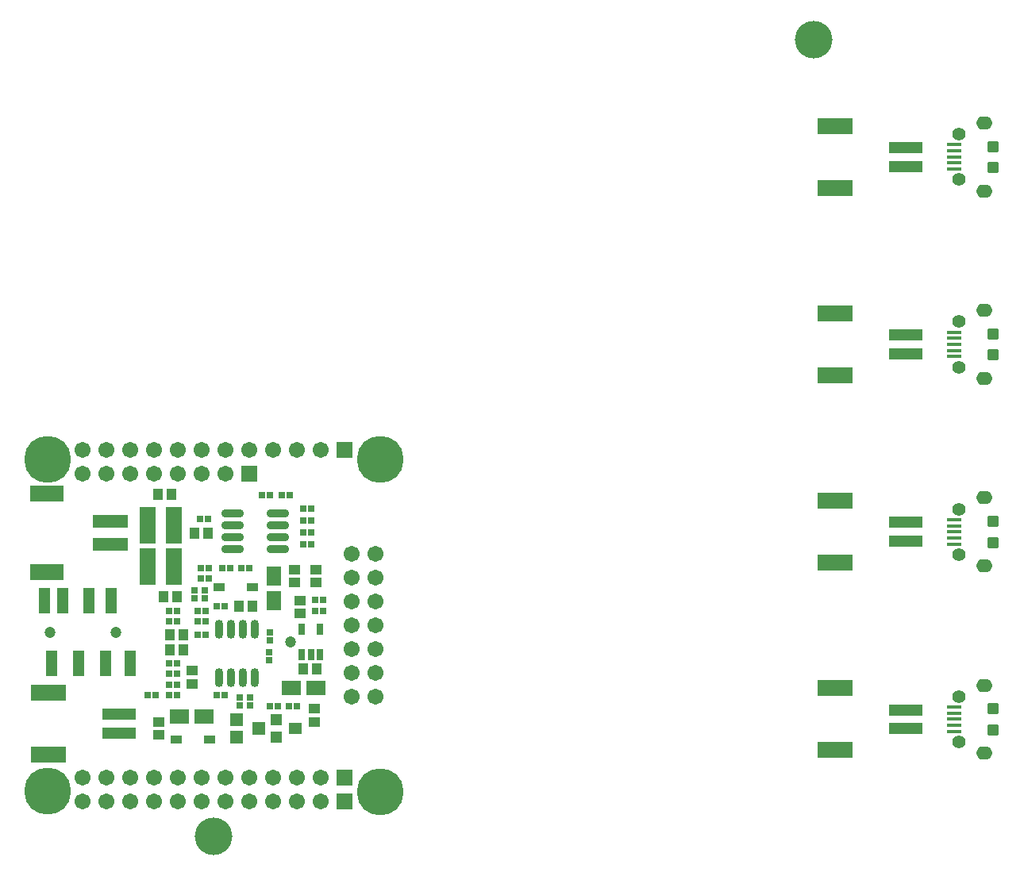
<source format=gts>
G04 Layer_Color=8388736*
%FSLAX25Y25*%
%MOIN*%
G70*
G01*
G75*
%ADD54C,0.15748*%
%ADD55O,0.03556X0.07887*%
%ADD56R,0.02965X0.02572*%
%ADD57R,0.02572X0.02965*%
%ADD58R,0.04000X0.04800*%
%ADD59R,0.07887X0.06115*%
%ADD60R,0.06706X0.15761*%
%ADD61C,0.04737*%
%ADD62R,0.14973X0.06706*%
%ADD63R,0.14186X0.04737*%
%ADD64O,0.09461X0.03556*%
%ADD65R,0.02768X0.04934*%
%ADD66R,0.04800X0.04000*%
%ADD67R,0.05800X0.04737*%
%ADD68R,0.04737X0.04737*%
%ADD69R,0.05800X0.05800*%
%ADD70R,0.04737X0.03753*%
%ADD71R,0.14579X0.05524*%
%ADD72R,0.14186X0.06706*%
%ADD73R,0.06115X0.07887*%
%ADD74R,0.04737X0.10642*%
G04:AMPARAMS|DCode=75|XSize=48.82mil|YSize=48.82mil|CornerRadius=12.6mil|HoleSize=0mil|Usage=FLASHONLY|Rotation=90.000|XOffset=0mil|YOffset=0mil|HoleType=Round|Shape=RoundedRectangle|*
%AMROUNDEDRECTD75*
21,1,0.04882,0.02362,0,0,90.0*
21,1,0.02362,0.04882,0,0,90.0*
1,1,0.02520,0.01181,0.01181*
1,1,0.02520,0.01181,-0.01181*
1,1,0.02520,-0.01181,-0.01181*
1,1,0.02520,-0.01181,0.01181*
%
%ADD75ROUNDEDRECTD75*%
%ADD76R,0.06457X0.01732*%
%ADD77C,0.19698*%
%ADD78C,0.06706*%
%ADD79R,0.06706X0.06706*%
%ADD80O,0.06706X0.05524*%
%ADD81C,0.05524*%
D54*
X173228Y167323D02*
D03*
X-78760Y-167342D02*
D03*
D55*
X-61590Y-80264D02*
D03*
X-66590D02*
D03*
X-71590D02*
D03*
X-76590D02*
D03*
X-61590Y-100736D02*
D03*
X-66590D02*
D03*
X-71590D02*
D03*
X-76590D02*
D03*
D56*
X-55399Y-81489D02*
D03*
X-55399Y-84835D02*
D03*
X-55500Y-89827D02*
D03*
X-55500Y-93173D02*
D03*
X-87000Y-67173D02*
D03*
X-87000Y-63827D02*
D03*
X-82500Y-67173D02*
D03*
X-82500Y-63827D02*
D03*
X-63500Y-108827D02*
D03*
X-63500Y-112173D02*
D03*
X-68000Y-108827D02*
D03*
X-68000Y-112173D02*
D03*
D57*
X-82327Y-77000D02*
D03*
X-85673Y-77000D02*
D03*
X-77673Y-70500D02*
D03*
X-74327Y-70500D02*
D03*
X-77673Y-108000D02*
D03*
X-74327Y-108000D02*
D03*
X-97673Y-72500D02*
D03*
X-94327Y-72500D02*
D03*
X-94327Y-94500D02*
D03*
X-97673Y-94500D02*
D03*
X-82327Y-72500D02*
D03*
X-85673Y-72500D02*
D03*
X-97673Y-77000D02*
D03*
X-94327Y-77000D02*
D03*
X-82327Y-82500D02*
D03*
X-85673Y-82500D02*
D03*
X-43827Y-112500D02*
D03*
X-47173Y-112500D02*
D03*
X-55173Y-112500D02*
D03*
X-51827Y-112500D02*
D03*
X-71827Y-54500D02*
D03*
X-75173Y-54500D02*
D03*
X-63827Y-54500D02*
D03*
X-67173Y-54500D02*
D03*
X-41173Y-34500D02*
D03*
X-37827Y-34500D02*
D03*
X-41173Y-29500D02*
D03*
X-37827Y-29500D02*
D03*
X-80827Y-54500D02*
D03*
X-84173Y-54500D02*
D03*
X-55327Y-24000D02*
D03*
X-58673Y-24000D02*
D03*
X-36173Y-72500D02*
D03*
X-32827Y-72500D02*
D03*
X-36173Y-68000D02*
D03*
X-32827Y-68000D02*
D03*
X-37827Y-44500D02*
D03*
X-41173Y-44500D02*
D03*
X-50173Y-24000D02*
D03*
X-46827Y-24000D02*
D03*
X-37827Y-39500D02*
D03*
X-41173Y-39500D02*
D03*
X-81327Y-34000D02*
D03*
X-84673Y-34000D02*
D03*
X-80827Y-59000D02*
D03*
X-84173Y-59000D02*
D03*
X-94327Y-108000D02*
D03*
X-97673Y-108000D02*
D03*
X-103327Y-108000D02*
D03*
X-106673Y-108000D02*
D03*
X-94327Y-99000D02*
D03*
X-97673Y-99000D02*
D03*
X-94327Y-103500D02*
D03*
X-97673Y-103500D02*
D03*
D58*
X-62719Y-70500D02*
D03*
X-68281D02*
D03*
X-81219Y-40000D02*
D03*
X-86781D02*
D03*
X-94219Y-66500D02*
D03*
X-99781D02*
D03*
X-102281Y-23500D02*
D03*
X-96719D02*
D03*
X-41281Y-97000D02*
D03*
X-35719D02*
D03*
X-97281Y-89000D02*
D03*
X-91719D02*
D03*
X-97281Y-82500D02*
D03*
X-91719D02*
D03*
D59*
X-93158Y-117000D02*
D03*
X-82842D02*
D03*
X-46158Y-105000D02*
D03*
X-35842D02*
D03*
D60*
X-106512Y-54000D02*
D03*
X-95488D02*
D03*
Y-36500D02*
D03*
X-106512D02*
D03*
D61*
X-46500Y-85500D02*
D03*
X-119961Y-81500D02*
D03*
X-147480D02*
D03*
D62*
X-148264Y-107008D02*
D03*
Y-132992D02*
D03*
X182087Y-26398D02*
D03*
Y-52382D02*
D03*
Y-105138D02*
D03*
Y-131122D02*
D03*
Y131083D02*
D03*
Y105098D02*
D03*
Y52342D02*
D03*
Y26358D02*
D03*
D63*
X-118736Y-116063D02*
D03*
Y-123937D02*
D03*
X211614Y-35453D02*
D03*
Y-43327D02*
D03*
Y-114193D02*
D03*
Y-122067D02*
D03*
Y122028D02*
D03*
Y114154D02*
D03*
Y43287D02*
D03*
Y35413D02*
D03*
D64*
X-70949Y-31500D02*
D03*
Y-36500D02*
D03*
Y-41500D02*
D03*
Y-46500D02*
D03*
X-52051Y-31500D02*
D03*
Y-36500D02*
D03*
Y-41500D02*
D03*
Y-46500D02*
D03*
D65*
X-41740Y-90815D02*
D03*
X-38000D02*
D03*
X-34260D02*
D03*
Y-80185D02*
D03*
X-41740D02*
D03*
D66*
X-36500Y-119281D02*
D03*
Y-113719D02*
D03*
X-36000Y-60781D02*
D03*
Y-55219D02*
D03*
X-102000Y-124781D02*
D03*
Y-119219D02*
D03*
X-88000Y-97719D02*
D03*
Y-103281D02*
D03*
X-45000Y-60781D02*
D03*
Y-55219D02*
D03*
X-42500Y-73781D02*
D03*
Y-68219D02*
D03*
D67*
X-44500Y-122050D02*
D03*
D68*
X-52500Y-125750D02*
D03*
Y-118250D02*
D03*
D69*
X-59776Y-122000D02*
D03*
X-69224Y-118260D02*
D03*
Y-125740D02*
D03*
D70*
X-62413Y-62500D02*
D03*
X-76587D02*
D03*
X-80413Y-126500D02*
D03*
X-94587D02*
D03*
D71*
X-122169Y-44710D02*
D03*
Y-34868D02*
D03*
D72*
X-148744Y-56324D02*
D03*
Y-23254D02*
D03*
D73*
X-53500Y-68158D02*
D03*
Y-57842D02*
D03*
D74*
X-122047Y-68252D02*
D03*
X-124370Y-94748D02*
D03*
X-135591D02*
D03*
X-146811D02*
D03*
X-113937D02*
D03*
X-131299Y-68252D02*
D03*
X-142323D02*
D03*
X-149803D02*
D03*
D75*
X248551Y-43819D02*
D03*
Y-34961D02*
D03*
Y-122559D02*
D03*
Y-113701D02*
D03*
Y113661D02*
D03*
Y122520D02*
D03*
Y34921D02*
D03*
Y43780D02*
D03*
D76*
X232016Y-39390D02*
D03*
Y-41949D02*
D03*
Y-34272D02*
D03*
Y-44508D02*
D03*
Y-36831D02*
D03*
Y-118130D02*
D03*
Y-120689D02*
D03*
Y-113012D02*
D03*
Y-123248D02*
D03*
Y-115571D02*
D03*
Y118091D02*
D03*
Y115532D02*
D03*
Y123209D02*
D03*
Y112972D02*
D03*
Y120650D02*
D03*
Y39350D02*
D03*
Y36791D02*
D03*
Y44469D02*
D03*
Y34232D02*
D03*
Y41909D02*
D03*
D77*
X-148480Y-148380D02*
D03*
Y-8980D02*
D03*
X-8980Y-148480D02*
D03*
Y-9080D02*
D03*
D78*
X-33740Y-152680D02*
D03*
X-43740D02*
D03*
X-53740D02*
D03*
X-63740D02*
D03*
X-73740D02*
D03*
X-83740D02*
D03*
X-93740D02*
D03*
X-103740D02*
D03*
X-113740D02*
D03*
X-123740D02*
D03*
X-133740D02*
D03*
X-33740Y-142680D02*
D03*
X-43740D02*
D03*
X-53740D02*
D03*
X-63740D02*
D03*
X-73740D02*
D03*
X-83740D02*
D03*
X-93740D02*
D03*
X-103740D02*
D03*
X-113740D02*
D03*
X-123740D02*
D03*
X-133740D02*
D03*
X-73740Y-15000D02*
D03*
X-83740D02*
D03*
X-93740D02*
D03*
X-103740D02*
D03*
X-113740D02*
D03*
X-123740D02*
D03*
X-133740D02*
D03*
X-33740Y-5000D02*
D03*
X-43740D02*
D03*
X-53740D02*
D03*
X-63740D02*
D03*
X-73740D02*
D03*
X-83740D02*
D03*
X-93740D02*
D03*
X-103740D02*
D03*
X-113740D02*
D03*
X-123740D02*
D03*
X-133740D02*
D03*
X-10748Y-88740D02*
D03*
Y-98740D02*
D03*
Y-108740D02*
D03*
X-20748Y-88740D02*
D03*
Y-98740D02*
D03*
Y-108740D02*
D03*
X-10748Y-78740D02*
D03*
Y-68740D02*
D03*
Y-58740D02*
D03*
Y-48740D02*
D03*
X-20748Y-78740D02*
D03*
Y-68740D02*
D03*
Y-58740D02*
D03*
Y-48740D02*
D03*
D79*
X-23740Y-152680D02*
D03*
Y-142680D02*
D03*
X-63740Y-15000D02*
D03*
X-23740Y-5000D02*
D03*
D80*
X244614Y-25118D02*
D03*
Y-53661D02*
D03*
Y-103858D02*
D03*
Y-132402D02*
D03*
Y132362D02*
D03*
Y103819D02*
D03*
Y53622D02*
D03*
Y25079D02*
D03*
D81*
X234063Y-48937D02*
D03*
X234063Y-29842D02*
D03*
X234063Y-127677D02*
D03*
X234063Y-108583D02*
D03*
X234063Y108543D02*
D03*
X234063Y127638D02*
D03*
X234063Y29803D02*
D03*
X234063Y48898D02*
D03*
M02*

</source>
